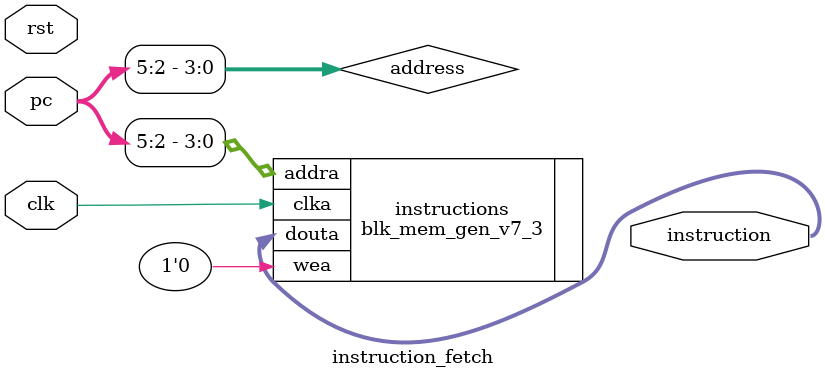
<source format=v>
`timescale 1ns / 1ps
module instruction_fetch(input wire [31:0] pc,output wire [31:0] instruction,input wire clk,input wire rst);
	wire [3:0] address;
	assign address = pc[5:2];
	blk_mem_gen_v7_3 instructions(.clka(clk),  .addra(address), .douta(instruction), .wea(1'b0));
	//.clka(clk), .addra(addr), .douta(dout), .dina(16'b0), .wea(1'b0)
endmodule

</source>
